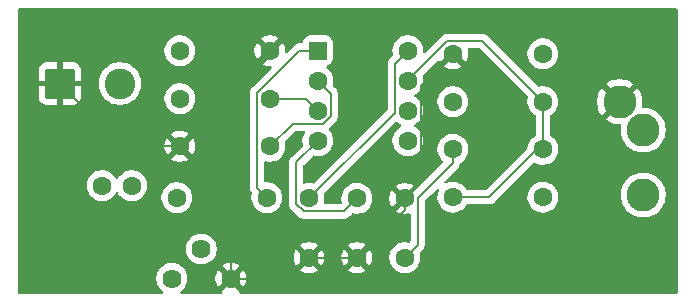
<source format=gbr>
%TF.GenerationSoftware,KiCad,Pcbnew,9.0.6*%
%TF.CreationDate,2025-12-19T13:32:14+05:30*%
%TF.ProjectId,Headphone Amplifier,48656164-7068-46f6-9e65-20416d706c69,rev?*%
%TF.SameCoordinates,Original*%
%TF.FileFunction,Copper,L1,Top*%
%TF.FilePolarity,Positive*%
%FSLAX46Y46*%
G04 Gerber Fmt 4.6, Leading zero omitted, Abs format (unit mm)*
G04 Created by KiCad (PCBNEW 9.0.6) date 2025-12-19 13:32:14*
%MOMM*%
%LPD*%
G01*
G04 APERTURE LIST*
G04 Aperture macros list*
%AMRoundRect*
0 Rectangle with rounded corners*
0 $1 Rounding radius*
0 $2 $3 $4 $5 $6 $7 $8 $9 X,Y pos of 4 corners*
0 Add a 4 corners polygon primitive as box body*
4,1,4,$2,$3,$4,$5,$6,$7,$8,$9,$2,$3,0*
0 Add four circle primitives for the rounded corners*
1,1,$1+$1,$2,$3*
1,1,$1+$1,$4,$5*
1,1,$1+$1,$6,$7*
1,1,$1+$1,$8,$9*
0 Add four rect primitives between the rounded corners*
20,1,$1+$1,$2,$3,$4,$5,0*
20,1,$1+$1,$4,$5,$6,$7,0*
20,1,$1+$1,$6,$7,$8,$9,0*
20,1,$1+$1,$8,$9,$2,$3,0*%
G04 Aperture macros list end*
%TA.AperFunction,ComponentPad*%
%ADD10C,1.600000*%
%TD*%
%TA.AperFunction,ComponentPad*%
%ADD11C,1.620000*%
%TD*%
%TA.AperFunction,ComponentPad*%
%ADD12RoundRect,0.250000X-1.050000X-1.050000X1.050000X-1.050000X1.050000X1.050000X-1.050000X1.050000X0*%
%TD*%
%TA.AperFunction,ComponentPad*%
%ADD13C,2.600000*%
%TD*%
%TA.AperFunction,ComponentPad*%
%ADD14C,2.800000*%
%TD*%
%TA.AperFunction,ComponentPad*%
%ADD15RoundRect,0.250000X-0.550000X-0.550000X0.550000X-0.550000X0.550000X0.550000X-0.550000X0.550000X0*%
%TD*%
%TA.AperFunction,Conductor*%
%ADD16C,0.200000*%
%TD*%
G04 APERTURE END LIST*
D10*
%TO.P,R3,1*%
%TO.N,GND*%
X70612000Y-132574000D03*
%TO.P,R3,2*%
%TO.N,Net-(U1A--)*%
X78232000Y-132574000D03*
%TD*%
%TO.P,R2,1*%
%TO.N,Net-(C1-Pad2)*%
X70612000Y-128524000D03*
%TO.P,R2,2*%
%TO.N,Net-(U1A-+)*%
X78232000Y-128524000D03*
%TD*%
%TO.P,C1,1*%
%TO.N,Net-(J1-Pin_2)*%
X64028000Y-135890000D03*
%TO.P,C1,2*%
%TO.N,Net-(C1-Pad2)*%
X66528000Y-135890000D03*
%TD*%
%TO.P,R5,1*%
%TO.N,GND*%
X93726000Y-124728000D03*
%TO.P,R5,2*%
%TO.N,Net-(U1B--)*%
X101346000Y-124728000D03*
%TD*%
%TO.P,R4,1*%
%TO.N,Net-(U1A--)*%
X70358000Y-136906000D03*
%TO.P,R4,2*%
%TO.N,Net-(R4-Pad2)*%
X77978000Y-136906000D03*
%TD*%
%TO.P,C2,1*%
%TO.N,GND*%
X81548000Y-141986000D03*
%TO.P,C2,2*%
%TO.N,+12V*%
X81548000Y-136986000D03*
%TD*%
%TO.P,C4,1*%
%TO.N,Net-(C4-Pad1)*%
X89648000Y-141986000D03*
%TO.P,C4,2*%
%TO.N,GND*%
X89648000Y-136986000D03*
%TD*%
%TO.P,R7,1*%
%TO.N,Net-(C4-Pad1)*%
X93726000Y-132828000D03*
%TO.P,R7,2*%
%TO.N,Net-(R6-Pad2)*%
X101346000Y-132828000D03*
%TD*%
%TO.P,R6,1*%
%TO.N,Net-(U1B--)*%
X93726000Y-128778000D03*
%TO.P,R6,2*%
%TO.N,Net-(R6-Pad2)*%
X101346000Y-128778000D03*
%TD*%
%TO.P,R1,1*%
%TO.N,Net-(C1-Pad2)*%
X70612000Y-124474000D03*
%TO.P,R1,2*%
%TO.N,GND*%
X78232000Y-124474000D03*
%TD*%
D11*
%TO.P,RV1,1,1*%
%TO.N,Net-(R4-Pad2)*%
X69930000Y-143764000D03*
%TO.P,RV1,2,2*%
%TO.N,Net-(U1B-+)*%
X72430000Y-141264000D03*
%TO.P,RV1,3,3*%
%TO.N,GND*%
X74930000Y-143764000D03*
%TD*%
D12*
%TO.P,J1,1,Pin_1*%
%TO.N,GND*%
X60452000Y-127254000D03*
D13*
%TO.P,J1,2,Pin_2*%
%TO.N,Net-(J1-Pin_2)*%
X65532000Y-127254000D03*
%TD*%
D10*
%TO.P,C3,1*%
%TO.N,GND*%
X85598000Y-141986000D03*
%TO.P,C3,2*%
%TO.N,-12V*%
X85598000Y-136986000D03*
%TD*%
D14*
%TO.P,J2,R*%
%TO.N,N/C*%
X109850000Y-136688000D03*
%TO.P,J2,S*%
%TO.N,GND*%
X107850000Y-128788000D03*
%TO.P,J2,T*%
%TO.N,Net-(J2-PadT)*%
X109850000Y-131188000D03*
%TD*%
D15*
%TO.P,U1,1*%
%TO.N,Net-(R4-Pad2)*%
X82296000Y-124460000D03*
D10*
%TO.P,U1,2,-*%
%TO.N,Net-(U1A--)*%
X82296000Y-127000000D03*
%TO.P,U1,3,+*%
%TO.N,Net-(U1A-+)*%
X82296000Y-129540000D03*
%TO.P,U1,4,V-*%
%TO.N,-12V*%
X82296000Y-132080000D03*
%TO.P,U1,5,+*%
%TO.N,Net-(U1B-+)*%
X89916000Y-132080000D03*
%TO.P,U1,6,-*%
%TO.N,Net-(U1B--)*%
X89916000Y-129540000D03*
%TO.P,U1,7*%
%TO.N,Net-(R6-Pad2)*%
X89916000Y-127000000D03*
%TO.P,U1,8,V+*%
%TO.N,+12V*%
X89916000Y-124460000D03*
%TD*%
%TO.P,R8,1*%
%TO.N,Net-(R6-Pad2)*%
X93726000Y-136878000D03*
%TO.P,R8,2*%
%TO.N,Net-(J2-PadT)*%
X101346000Y-136878000D03*
%TD*%
D16*
%TO.N,GND*%
X74930000Y-136892000D02*
X74930000Y-143764000D01*
X70612000Y-132574000D02*
X74930000Y-136892000D01*
X60452000Y-127254000D02*
X65772000Y-132574000D01*
X70612000Y-132574000D02*
X78232000Y-124954000D01*
X85598000Y-141986000D02*
X89648000Y-137936000D01*
X78232000Y-124954000D02*
X78232000Y-124474000D01*
X74930000Y-143764000D02*
X79770000Y-143764000D01*
X89648000Y-137936000D02*
X89648000Y-136986000D01*
X81548000Y-141986000D02*
X85598000Y-141986000D01*
X91017000Y-135617000D02*
X91017000Y-127437000D01*
X91017000Y-127437000D02*
X93726000Y-124728000D01*
X89648000Y-136986000D02*
X91017000Y-135617000D01*
X79770000Y-143764000D02*
X81548000Y-141986000D01*
X65772000Y-132574000D02*
X70612000Y-132574000D01*
%TO.N,Net-(U1A--)*%
X78232000Y-132574000D02*
X80165000Y-130641000D01*
X83397000Y-128101000D02*
X82296000Y-127000000D01*
X80165000Y-130641000D02*
X82752050Y-130641000D01*
X83397000Y-129996050D02*
X83397000Y-128101000D01*
X82752050Y-130641000D02*
X83397000Y-129996050D01*
%TO.N,Net-(C4-Pad1)*%
X90749000Y-136936370D02*
X93726000Y-133959370D01*
X93726000Y-133959370D02*
X93726000Y-132828000D01*
X89648000Y-141986000D02*
X90749000Y-140885000D01*
X90749000Y-140885000D02*
X90749000Y-136936370D01*
%TO.N,Net-(U1A-+)*%
X78232000Y-128524000D02*
X81280000Y-128524000D01*
X81280000Y-128524000D02*
X82296000Y-129540000D01*
%TO.N,+12V*%
X88815000Y-129719000D02*
X88815000Y-125561000D01*
X81548000Y-136986000D02*
X88815000Y-129719000D01*
X88815000Y-125561000D02*
X89916000Y-124460000D01*
%TO.N,-12V*%
X80447000Y-133929000D02*
X82296000Y-132080000D01*
X84497000Y-138087000D02*
X81091950Y-138087000D01*
X85598000Y-136986000D02*
X84497000Y-138087000D01*
X80447000Y-137442050D02*
X80447000Y-133929000D01*
X81091950Y-138087000D02*
X80447000Y-137442050D01*
%TO.N,Net-(R4-Pad2)*%
X80738950Y-124460000D02*
X82296000Y-124460000D01*
X77978000Y-136906000D02*
X77131000Y-136059000D01*
X77131000Y-136059000D02*
X77131000Y-128067950D01*
X77131000Y-128067950D02*
X80738950Y-124460000D01*
%TO.N,Net-(R6-Pad2)*%
X89916000Y-127000000D02*
X89916000Y-126980950D01*
X89916000Y-126980950D02*
X93269950Y-123627000D01*
X96802000Y-136878000D02*
X93726000Y-136878000D01*
X93269950Y-123627000D02*
X96195000Y-123627000D01*
X100852000Y-132828000D02*
X96802000Y-136878000D01*
X101346000Y-128778000D02*
X101346000Y-132828000D01*
X96195000Y-123627000D02*
X101346000Y-128778000D01*
X101346000Y-132828000D02*
X100852000Y-132828000D01*
%TD*%
%TA.AperFunction,Conductor*%
%TO.N,GND*%
G36*
X112726539Y-120916185D02*
G01*
X112772294Y-120968989D01*
X112783500Y-121020500D01*
X112783500Y-144917500D01*
X112763815Y-144984539D01*
X112711011Y-145030294D01*
X112659500Y-145041500D01*
X75782008Y-145041500D01*
X75714969Y-145021815D01*
X75669214Y-144969011D01*
X75660407Y-144907764D01*
X75658596Y-144907622D01*
X75663080Y-144850633D01*
X75018585Y-144206138D01*
X75103694Y-144183333D01*
X75206306Y-144124090D01*
X75290090Y-144040306D01*
X75349333Y-143937694D01*
X75372138Y-143852585D01*
X76016633Y-144497080D01*
X76016634Y-144497080D01*
X76050412Y-144450590D01*
X76144023Y-144266868D01*
X76207743Y-144070759D01*
X76240000Y-143867104D01*
X76240000Y-143660895D01*
X76207743Y-143457240D01*
X76144023Y-143261131D01*
X76050415Y-143077415D01*
X76050408Y-143077404D01*
X76016634Y-143030918D01*
X76016633Y-143030917D01*
X75372137Y-143675413D01*
X75349333Y-143590306D01*
X75290090Y-143487694D01*
X75206306Y-143403910D01*
X75103694Y-143344667D01*
X75018583Y-143321861D01*
X75663081Y-142677365D01*
X75616590Y-142643587D01*
X75432868Y-142549976D01*
X75236759Y-142486256D01*
X75033104Y-142454000D01*
X74826896Y-142454000D01*
X74623240Y-142486256D01*
X74427131Y-142549976D01*
X74243413Y-142643585D01*
X74196918Y-142677365D01*
X74196918Y-142677366D01*
X74841414Y-143321861D01*
X74756306Y-143344667D01*
X74653694Y-143403910D01*
X74569910Y-143487694D01*
X74510667Y-143590306D01*
X74487861Y-143675414D01*
X73843366Y-143030918D01*
X73843365Y-143030918D01*
X73809585Y-143077413D01*
X73715976Y-143261131D01*
X73652256Y-143457240D01*
X73620000Y-143660895D01*
X73620000Y-143867104D01*
X73652256Y-144070759D01*
X73715976Y-144266868D01*
X73809587Y-144450590D01*
X73843365Y-144497080D01*
X73843365Y-144497081D01*
X74487861Y-143852584D01*
X74510667Y-143937694D01*
X74569910Y-144040306D01*
X74653694Y-144124090D01*
X74756306Y-144183333D01*
X74841414Y-144206137D01*
X74196917Y-144850633D01*
X74201403Y-144907622D01*
X74196589Y-144908000D01*
X74199516Y-144942148D01*
X74166898Y-145003937D01*
X74106053Y-145038283D01*
X74077990Y-145041500D01*
X70782860Y-145041500D01*
X70715821Y-145021815D01*
X70670066Y-144969011D01*
X70660122Y-144899853D01*
X70689147Y-144836297D01*
X70709971Y-144817184D01*
X70783733Y-144763593D01*
X70929593Y-144617733D01*
X71050840Y-144450852D01*
X71144488Y-144267057D01*
X71208231Y-144070876D01*
X71240500Y-143867139D01*
X71240500Y-143660861D01*
X71208231Y-143457124D01*
X71208230Y-143457120D01*
X71208230Y-143457119D01*
X71144489Y-143260945D01*
X71108961Y-143191218D01*
X71050840Y-143077148D01*
X70929593Y-142910267D01*
X70783733Y-142764407D01*
X70616852Y-142643160D01*
X70433054Y-142549510D01*
X70236879Y-142485769D01*
X70084073Y-142461567D01*
X70033139Y-142453500D01*
X69826861Y-142453500D01*
X69758948Y-142464256D01*
X69623122Y-142485769D01*
X69623119Y-142485769D01*
X69426945Y-142549510D01*
X69243147Y-142643160D01*
X69076265Y-142764408D01*
X68930408Y-142910265D01*
X68809160Y-143077147D01*
X68715510Y-143260945D01*
X68651769Y-143457119D01*
X68651769Y-143457122D01*
X68619500Y-143660861D01*
X68619500Y-143867138D01*
X68651769Y-144070877D01*
X68651769Y-144070880D01*
X68715510Y-144267054D01*
X68715512Y-144267057D01*
X68809160Y-144450852D01*
X68930407Y-144617733D01*
X69076267Y-144763593D01*
X69150026Y-144817182D01*
X69192691Y-144872512D01*
X69198670Y-144942126D01*
X69166064Y-145003921D01*
X69105225Y-145038278D01*
X69077140Y-145041500D01*
X57012500Y-145041500D01*
X56945461Y-145021815D01*
X56899706Y-144969011D01*
X56888500Y-144917500D01*
X56888500Y-141160861D01*
X71119500Y-141160861D01*
X71119500Y-141367138D01*
X71151769Y-141570877D01*
X71151769Y-141570880D01*
X71215510Y-141767054D01*
X71215512Y-141767057D01*
X71309160Y-141950852D01*
X71430407Y-142117733D01*
X71576267Y-142263593D01*
X71743148Y-142384840D01*
X71926943Y-142478488D01*
X71926945Y-142478489D01*
X72123120Y-142542230D01*
X72123121Y-142542230D01*
X72123124Y-142542231D01*
X72326861Y-142574500D01*
X72326862Y-142574500D01*
X72533138Y-142574500D01*
X72533139Y-142574500D01*
X72736876Y-142542231D01*
X72736879Y-142542230D01*
X72736880Y-142542230D01*
X72933054Y-142478489D01*
X72933054Y-142478488D01*
X72933057Y-142478488D01*
X73116852Y-142384840D01*
X73283733Y-142263593D01*
X73429593Y-142117733D01*
X73550840Y-141950852D01*
X73585065Y-141883682D01*
X80248000Y-141883682D01*
X80248000Y-142088317D01*
X80280009Y-142290417D01*
X80343244Y-142485031D01*
X80436141Y-142667350D01*
X80436147Y-142667359D01*
X80468523Y-142711921D01*
X80468524Y-142711922D01*
X81148000Y-142032446D01*
X81148000Y-142038661D01*
X81175259Y-142140394D01*
X81227920Y-142231606D01*
X81302394Y-142306080D01*
X81393606Y-142358741D01*
X81495339Y-142386000D01*
X81501553Y-142386000D01*
X80822076Y-143065474D01*
X80866650Y-143097859D01*
X81048968Y-143190755D01*
X81243582Y-143253990D01*
X81445683Y-143286000D01*
X81650317Y-143286000D01*
X81852417Y-143253990D01*
X82047031Y-143190755D01*
X82229349Y-143097859D01*
X82273921Y-143065474D01*
X81594447Y-142386000D01*
X81600661Y-142386000D01*
X81702394Y-142358741D01*
X81793606Y-142306080D01*
X81868080Y-142231606D01*
X81920741Y-142140394D01*
X81948000Y-142038661D01*
X81948000Y-142032447D01*
X82627474Y-142711921D01*
X82659859Y-142667349D01*
X82752755Y-142485031D01*
X82815990Y-142290417D01*
X82848000Y-142088317D01*
X82848000Y-141883682D01*
X84298000Y-141883682D01*
X84298000Y-142088317D01*
X84330009Y-142290417D01*
X84393244Y-142485031D01*
X84486141Y-142667350D01*
X84486147Y-142667359D01*
X84518523Y-142711921D01*
X84518524Y-142711922D01*
X85198000Y-142032446D01*
X85198000Y-142038661D01*
X85225259Y-142140394D01*
X85277920Y-142231606D01*
X85352394Y-142306080D01*
X85443606Y-142358741D01*
X85545339Y-142386000D01*
X85551553Y-142386000D01*
X84872076Y-143065474D01*
X84916650Y-143097859D01*
X85098968Y-143190755D01*
X85293582Y-143253990D01*
X85495683Y-143286000D01*
X85700317Y-143286000D01*
X85902417Y-143253990D01*
X86097031Y-143190755D01*
X86279349Y-143097859D01*
X86323921Y-143065474D01*
X85644447Y-142386000D01*
X85650661Y-142386000D01*
X85752394Y-142358741D01*
X85843606Y-142306080D01*
X85918080Y-142231606D01*
X85970741Y-142140394D01*
X85998000Y-142038661D01*
X85998000Y-142032447D01*
X86677474Y-142711921D01*
X86709859Y-142667349D01*
X86802755Y-142485031D01*
X86865990Y-142290417D01*
X86898000Y-142088317D01*
X86898000Y-141883682D01*
X86865990Y-141681582D01*
X86802755Y-141486968D01*
X86709859Y-141304650D01*
X86677474Y-141260077D01*
X86677474Y-141260076D01*
X85998000Y-141939551D01*
X85998000Y-141933339D01*
X85970741Y-141831606D01*
X85918080Y-141740394D01*
X85843606Y-141665920D01*
X85752394Y-141613259D01*
X85650661Y-141586000D01*
X85644446Y-141586000D01*
X86323922Y-140906524D01*
X86323921Y-140906523D01*
X86279359Y-140874147D01*
X86279350Y-140874141D01*
X86097031Y-140781244D01*
X85902417Y-140718009D01*
X85700317Y-140686000D01*
X85495683Y-140686000D01*
X85293582Y-140718009D01*
X85098968Y-140781244D01*
X84916644Y-140874143D01*
X84872077Y-140906523D01*
X84872077Y-140906524D01*
X85551554Y-141586000D01*
X85545339Y-141586000D01*
X85443606Y-141613259D01*
X85352394Y-141665920D01*
X85277920Y-141740394D01*
X85225259Y-141831606D01*
X85198000Y-141933339D01*
X85198000Y-141939553D01*
X84518524Y-141260077D01*
X84518523Y-141260077D01*
X84486143Y-141304644D01*
X84393244Y-141486968D01*
X84330009Y-141681582D01*
X84298000Y-141883682D01*
X82848000Y-141883682D01*
X82815990Y-141681582D01*
X82752755Y-141486968D01*
X82659859Y-141304650D01*
X82627474Y-141260077D01*
X82627474Y-141260076D01*
X81948000Y-141939551D01*
X81948000Y-141933339D01*
X81920741Y-141831606D01*
X81868080Y-141740394D01*
X81793606Y-141665920D01*
X81702394Y-141613259D01*
X81600661Y-141586000D01*
X81594446Y-141586000D01*
X82273922Y-140906524D01*
X82273921Y-140906523D01*
X82229359Y-140874147D01*
X82229350Y-140874141D01*
X82047031Y-140781244D01*
X81852417Y-140718009D01*
X81650317Y-140686000D01*
X81445683Y-140686000D01*
X81243582Y-140718009D01*
X81048968Y-140781244D01*
X80866644Y-140874143D01*
X80822077Y-140906523D01*
X80822077Y-140906524D01*
X81501554Y-141586000D01*
X81495339Y-141586000D01*
X81393606Y-141613259D01*
X81302394Y-141665920D01*
X81227920Y-141740394D01*
X81175259Y-141831606D01*
X81148000Y-141933339D01*
X81148000Y-141939553D01*
X80468524Y-141260077D01*
X80468523Y-141260077D01*
X80436143Y-141304644D01*
X80343244Y-141486968D01*
X80280009Y-141681582D01*
X80248000Y-141883682D01*
X73585065Y-141883682D01*
X73644488Y-141767057D01*
X73653151Y-141740394D01*
X73708230Y-141570880D01*
X73708230Y-141570879D01*
X73708231Y-141570876D01*
X73740500Y-141367139D01*
X73740500Y-141160861D01*
X73708231Y-140957124D01*
X73708229Y-140957119D01*
X73708229Y-140957116D01*
X73644489Y-140760945D01*
X73636697Y-140745653D01*
X73550840Y-140577148D01*
X73429593Y-140410267D01*
X73283733Y-140264407D01*
X73116852Y-140143160D01*
X72933054Y-140049510D01*
X72736879Y-139985769D01*
X72584073Y-139961567D01*
X72533139Y-139953500D01*
X72326861Y-139953500D01*
X72258948Y-139964256D01*
X72123122Y-139985769D01*
X72123119Y-139985769D01*
X71926945Y-140049510D01*
X71743147Y-140143160D01*
X71576265Y-140264408D01*
X71430408Y-140410265D01*
X71309160Y-140577147D01*
X71215510Y-140760945D01*
X71151769Y-140957119D01*
X71151769Y-140957122D01*
X71119500Y-141160861D01*
X56888500Y-141160861D01*
X56888500Y-135787648D01*
X62727500Y-135787648D01*
X62727500Y-135992352D01*
X62731878Y-136019995D01*
X62759522Y-136194534D01*
X62822781Y-136389223D01*
X62880055Y-136501627D01*
X62913697Y-136567654D01*
X62915715Y-136571613D01*
X63036028Y-136737213D01*
X63180786Y-136881971D01*
X63316197Y-136980351D01*
X63346390Y-137002287D01*
X63458796Y-137059561D01*
X63528776Y-137095218D01*
X63528778Y-137095218D01*
X63528781Y-137095220D01*
X63633137Y-137129127D01*
X63723465Y-137158477D01*
X63824557Y-137174488D01*
X63925648Y-137190500D01*
X63925649Y-137190500D01*
X64130351Y-137190500D01*
X64130352Y-137190500D01*
X64332534Y-137158477D01*
X64527219Y-137095220D01*
X64709610Y-137002287D01*
X64804510Y-136933339D01*
X64875213Y-136881971D01*
X64875215Y-136881968D01*
X64875219Y-136881966D01*
X65019966Y-136737219D01*
X65019968Y-136737215D01*
X65019971Y-136737213D01*
X65096087Y-136632446D01*
X65140287Y-136571610D01*
X65167515Y-136518171D01*
X65215490Y-136467376D01*
X65283311Y-136450581D01*
X65349446Y-136473118D01*
X65388484Y-136518171D01*
X65413697Y-136567654D01*
X65415715Y-136571613D01*
X65536028Y-136737213D01*
X65680786Y-136881971D01*
X65816197Y-136980351D01*
X65846390Y-137002287D01*
X65958796Y-137059561D01*
X66028776Y-137095218D01*
X66028778Y-137095218D01*
X66028781Y-137095220D01*
X66133137Y-137129127D01*
X66223465Y-137158477D01*
X66324557Y-137174488D01*
X66425648Y-137190500D01*
X66425649Y-137190500D01*
X66630351Y-137190500D01*
X66630352Y-137190500D01*
X66832534Y-137158477D01*
X67027219Y-137095220D01*
X67209610Y-137002287D01*
X67304510Y-136933339D01*
X67375213Y-136881971D01*
X67375215Y-136881968D01*
X67375219Y-136881966D01*
X67453537Y-136803648D01*
X69057500Y-136803648D01*
X69057500Y-137008351D01*
X69089522Y-137210534D01*
X69152781Y-137405223D01*
X69198734Y-137495409D01*
X69231448Y-137559614D01*
X69245715Y-137587613D01*
X69366028Y-137753213D01*
X69510786Y-137897971D01*
X69620892Y-137977966D01*
X69676390Y-138018287D01*
X69769000Y-138065474D01*
X69858776Y-138111218D01*
X69858778Y-138111218D01*
X69858781Y-138111220D01*
X69963137Y-138145127D01*
X70053465Y-138174477D01*
X70154557Y-138190488D01*
X70255648Y-138206500D01*
X70255649Y-138206500D01*
X70460351Y-138206500D01*
X70460352Y-138206500D01*
X70662534Y-138174477D01*
X70857219Y-138111220D01*
X71039610Y-138018287D01*
X71142160Y-137943781D01*
X71205213Y-137897971D01*
X71205215Y-137897968D01*
X71205219Y-137897966D01*
X71349966Y-137753219D01*
X71349968Y-137753215D01*
X71349971Y-137753213D01*
X71412353Y-137667350D01*
X71470287Y-137587610D01*
X71563220Y-137405219D01*
X71626477Y-137210534D01*
X71658500Y-137008352D01*
X71658500Y-136803648D01*
X71647978Y-136737213D01*
X71626477Y-136601465D01*
X71589274Y-136486968D01*
X71563220Y-136406781D01*
X71563218Y-136406778D01*
X71563218Y-136406776D01*
X71517186Y-136316435D01*
X71470287Y-136224390D01*
X71408093Y-136138786D01*
X71407561Y-136138054D01*
X76530498Y-136138054D01*
X76571423Y-136290786D01*
X76575704Y-136298200D01*
X76579033Y-136303965D01*
X76650480Y-136427716D01*
X76692157Y-136469393D01*
X76698716Y-136479020D01*
X76706019Y-136501627D01*
X76717406Y-136522480D01*
X76716782Y-136534944D01*
X76720195Y-136545506D01*
X76715337Y-136563860D01*
X76714173Y-136587149D01*
X76709523Y-136601460D01*
X76709523Y-136601462D01*
X76677500Y-136803648D01*
X76677500Y-137008351D01*
X76709522Y-137210534D01*
X76772781Y-137405223D01*
X76818734Y-137495409D01*
X76851448Y-137559614D01*
X76865715Y-137587613D01*
X76986028Y-137753213D01*
X77130786Y-137897971D01*
X77240892Y-137977966D01*
X77296390Y-138018287D01*
X77389000Y-138065474D01*
X77478776Y-138111218D01*
X77478778Y-138111218D01*
X77478781Y-138111220D01*
X77583137Y-138145127D01*
X77673465Y-138174477D01*
X77774557Y-138190488D01*
X77875648Y-138206500D01*
X77875649Y-138206500D01*
X78080351Y-138206500D01*
X78080352Y-138206500D01*
X78282534Y-138174477D01*
X78477219Y-138111220D01*
X78659610Y-138018287D01*
X78762160Y-137943781D01*
X78825213Y-137897971D01*
X78825215Y-137897968D01*
X78825219Y-137897966D01*
X78969966Y-137753219D01*
X78969968Y-137753215D01*
X78969971Y-137753213D01*
X79032353Y-137667350D01*
X79090287Y-137587610D01*
X79183220Y-137405219D01*
X79246477Y-137210534D01*
X79278500Y-137008352D01*
X79278500Y-136803648D01*
X79267978Y-136737213D01*
X79246477Y-136601465D01*
X79209274Y-136486968D01*
X79183220Y-136406781D01*
X79183218Y-136406778D01*
X79183218Y-136406776D01*
X79137186Y-136316435D01*
X79090287Y-136224390D01*
X79028093Y-136138786D01*
X78969971Y-136058786D01*
X78825213Y-135914028D01*
X78659613Y-135793715D01*
X78659612Y-135793714D01*
X78659610Y-135793713D01*
X78602653Y-135764691D01*
X78477223Y-135700781D01*
X78282534Y-135637522D01*
X78105745Y-135609522D01*
X78080352Y-135605500D01*
X77875648Y-135605500D01*
X77874878Y-135605622D01*
X77874583Y-135605583D01*
X77870797Y-135605882D01*
X77870734Y-135605085D01*
X77805586Y-135596655D01*
X77752141Y-135551650D01*
X77731512Y-135484895D01*
X77731500Y-135483145D01*
X77731500Y-133949475D01*
X77751185Y-133882436D01*
X77803989Y-133836681D01*
X77873147Y-133826737D01*
X77893820Y-133831545D01*
X77927458Y-133842475D01*
X77927461Y-133842475D01*
X77927466Y-133842477D01*
X78129648Y-133874500D01*
X78129649Y-133874500D01*
X78334351Y-133874500D01*
X78334352Y-133874500D01*
X78536534Y-133842477D01*
X78731219Y-133779220D01*
X78913610Y-133686287D01*
X79006590Y-133618732D01*
X79079213Y-133565971D01*
X79079215Y-133565968D01*
X79079219Y-133565966D01*
X79223966Y-133421219D01*
X79223968Y-133421215D01*
X79223971Y-133421213D01*
X79282544Y-133340592D01*
X79344287Y-133255610D01*
X79437220Y-133073219D01*
X79500477Y-132878534D01*
X79532500Y-132676352D01*
X79532500Y-132471648D01*
X79500477Y-132269466D01*
X79495825Y-132255151D01*
X79493832Y-132185312D01*
X79526075Y-132129158D01*
X80377416Y-131277819D01*
X80438739Y-131244334D01*
X80465097Y-131241500D01*
X81061303Y-131241500D01*
X81128342Y-131261185D01*
X81174097Y-131313989D01*
X81184041Y-131383147D01*
X81171788Y-131421795D01*
X81090781Y-131580776D01*
X81027522Y-131775465D01*
X80995500Y-131977648D01*
X80995500Y-132182351D01*
X81027522Y-132384534D01*
X81032173Y-132398848D01*
X81034165Y-132468690D01*
X81001921Y-132524842D01*
X80078286Y-133448478D01*
X79966481Y-133560282D01*
X79966475Y-133560290D01*
X79928532Y-133626011D01*
X79928532Y-133626013D01*
X79887423Y-133697214D01*
X79887423Y-133697215D01*
X79846499Y-133849943D01*
X79846499Y-133849945D01*
X79846499Y-134018046D01*
X79846500Y-134018059D01*
X79846500Y-137355380D01*
X79846499Y-137355398D01*
X79846499Y-137521104D01*
X79846498Y-137521104D01*
X79887423Y-137673835D01*
X79909412Y-137711922D01*
X79913086Y-137718284D01*
X79929161Y-137746127D01*
X79966479Y-137810764D01*
X79966481Y-137810767D01*
X80085349Y-137929635D01*
X80085355Y-137929640D01*
X80607089Y-138451374D01*
X80607099Y-138451385D01*
X80611429Y-138455715D01*
X80611430Y-138455716D01*
X80723234Y-138567520D01*
X80810045Y-138617639D01*
X80810047Y-138617641D01*
X80848101Y-138639611D01*
X80860165Y-138646577D01*
X81012893Y-138687501D01*
X81012896Y-138687501D01*
X81178603Y-138687501D01*
X81178619Y-138687500D01*
X84410331Y-138687500D01*
X84410347Y-138687501D01*
X84417943Y-138687501D01*
X84576054Y-138687501D01*
X84576057Y-138687501D01*
X84728785Y-138646577D01*
X84778904Y-138617639D01*
X84865716Y-138567520D01*
X84977520Y-138455716D01*
X84977520Y-138455714D01*
X84987728Y-138445507D01*
X84987730Y-138445504D01*
X85153158Y-138280075D01*
X85214479Y-138246592D01*
X85279151Y-138249825D01*
X85293466Y-138254477D01*
X85495648Y-138286500D01*
X85495649Y-138286500D01*
X85700351Y-138286500D01*
X85700352Y-138286500D01*
X85902534Y-138254477D01*
X86097219Y-138191220D01*
X86279610Y-138098287D01*
X86372590Y-138030732D01*
X86445213Y-137977971D01*
X86445215Y-137977968D01*
X86445219Y-137977966D01*
X86589966Y-137833219D01*
X86589968Y-137833215D01*
X86589971Y-137833213D01*
X86648093Y-137753213D01*
X86710287Y-137667610D01*
X86803220Y-137485219D01*
X86866477Y-137290534D01*
X86898500Y-137088352D01*
X86898500Y-136883648D01*
X86881394Y-136775648D01*
X86866477Y-136681465D01*
X86822301Y-136545506D01*
X86803220Y-136486781D01*
X86803218Y-136486778D01*
X86803218Y-136486776D01*
X86762455Y-136406776D01*
X86710287Y-136304390D01*
X86700402Y-136290785D01*
X86589971Y-136138786D01*
X86445213Y-135994028D01*
X86279613Y-135873715D01*
X86279612Y-135873714D01*
X86279610Y-135873713D01*
X86222653Y-135844691D01*
X86097223Y-135780781D01*
X85902534Y-135717522D01*
X85727995Y-135689878D01*
X85700352Y-135685500D01*
X85495648Y-135685500D01*
X85471329Y-135689351D01*
X85293465Y-135717522D01*
X85098776Y-135780781D01*
X84916386Y-135873715D01*
X84750786Y-135994028D01*
X84606028Y-136138786D01*
X84485715Y-136304386D01*
X84392781Y-136486776D01*
X84329522Y-136681465D01*
X84301900Y-136855865D01*
X84297500Y-136883648D01*
X84297500Y-137088352D01*
X84298588Y-137095220D01*
X84329523Y-137290535D01*
X84334172Y-137304845D01*
X84334605Y-137320052D01*
X84339924Y-137334308D01*
X84335582Y-137354269D01*
X84336165Y-137374687D01*
X84328078Y-137388770D01*
X84325075Y-137402581D01*
X84303926Y-137430837D01*
X84284588Y-137450177D01*
X84223266Y-137483665D01*
X84196902Y-137486500D01*
X82923476Y-137486500D01*
X82856437Y-137466815D01*
X82810682Y-137414011D01*
X82800738Y-137344853D01*
X82805545Y-137324183D01*
X82816475Y-137290542D01*
X82816475Y-137290538D01*
X82816477Y-137290534D01*
X82848500Y-137088352D01*
X82848500Y-136883648D01*
X82816477Y-136681466D01*
X82811825Y-136667151D01*
X82809832Y-136597312D01*
X82842075Y-136541158D01*
X88872347Y-130510887D01*
X88933666Y-130477405D01*
X89003358Y-130482389D01*
X89047705Y-130510890D01*
X89068786Y-130531971D01*
X89223749Y-130644556D01*
X89234390Y-130652287D01*
X89304481Y-130688000D01*
X89327080Y-130699515D01*
X89377876Y-130747490D01*
X89394671Y-130815311D01*
X89372134Y-130881446D01*
X89327080Y-130920485D01*
X89234386Y-130967715D01*
X89068786Y-131088028D01*
X88924028Y-131232786D01*
X88803715Y-131398386D01*
X88710781Y-131580776D01*
X88647522Y-131775465D01*
X88615500Y-131977648D01*
X88615500Y-132182351D01*
X88647522Y-132384534D01*
X88710781Y-132579223D01*
X88760254Y-132676317D01*
X88785389Y-132725648D01*
X88803715Y-132761613D01*
X88924028Y-132927213D01*
X89068786Y-133071971D01*
X89152146Y-133132534D01*
X89234390Y-133192287D01*
X89350607Y-133251503D01*
X89416776Y-133285218D01*
X89416778Y-133285218D01*
X89416781Y-133285220D01*
X89521137Y-133319127D01*
X89611465Y-133348477D01*
X89712557Y-133364488D01*
X89813648Y-133380500D01*
X89813649Y-133380500D01*
X90018351Y-133380500D01*
X90018352Y-133380500D01*
X90220534Y-133348477D01*
X90415219Y-133285220D01*
X90597610Y-133192287D01*
X90740462Y-133088500D01*
X90763213Y-133071971D01*
X90763215Y-133071968D01*
X90763219Y-133071966D01*
X90907966Y-132927219D01*
X90907968Y-132927215D01*
X90907971Y-132927213D01*
X90960732Y-132854590D01*
X91028287Y-132761610D01*
X91121220Y-132579219D01*
X91184477Y-132384534D01*
X91216500Y-132182352D01*
X91216500Y-131977648D01*
X91203037Y-131892650D01*
X91184477Y-131775465D01*
X91147253Y-131660903D01*
X91121220Y-131580781D01*
X91121218Y-131580778D01*
X91121218Y-131580776D01*
X91077269Y-131494523D01*
X91028287Y-131398390D01*
X91007248Y-131369432D01*
X90907971Y-131232786D01*
X90763213Y-131088028D01*
X90597614Y-130967715D01*
X90591006Y-130964348D01*
X90504917Y-130920483D01*
X90454123Y-130872511D01*
X90437328Y-130804690D01*
X90459865Y-130738555D01*
X90504917Y-130699516D01*
X90597610Y-130652287D01*
X90618770Y-130636913D01*
X90763213Y-130531971D01*
X90763215Y-130531968D01*
X90763219Y-130531966D01*
X90907966Y-130387219D01*
X90907968Y-130387215D01*
X90907971Y-130387213D01*
X91023764Y-130227835D01*
X91028287Y-130221610D01*
X91121220Y-130039219D01*
X91184477Y-129844534D01*
X91216500Y-129642352D01*
X91216500Y-129437648D01*
X91189601Y-129267815D01*
X91184477Y-129235465D01*
X91133862Y-129079689D01*
X91121220Y-129040781D01*
X91121218Y-129040778D01*
X91121218Y-129040776D01*
X91055874Y-128912533D01*
X91028287Y-128858390D01*
X90977146Y-128788000D01*
X90944935Y-128743664D01*
X90944932Y-128743661D01*
X90907965Y-128692780D01*
X90890833Y-128675648D01*
X92425500Y-128675648D01*
X92425500Y-128880351D01*
X92457522Y-129082534D01*
X92520781Y-129277223D01*
X92613715Y-129459613D01*
X92734028Y-129625213D01*
X92878786Y-129769971D01*
X93027730Y-129878183D01*
X93044390Y-129890287D01*
X93126696Y-129932224D01*
X93226776Y-129983218D01*
X93226778Y-129983218D01*
X93226781Y-129983220D01*
X93301818Y-130007601D01*
X93421465Y-130046477D01*
X93522557Y-130062488D01*
X93623648Y-130078500D01*
X93623649Y-130078500D01*
X93828351Y-130078500D01*
X93828352Y-130078500D01*
X94030534Y-130046477D01*
X94225219Y-129983220D01*
X94407610Y-129890287D01*
X94500590Y-129822732D01*
X94573213Y-129769971D01*
X94573215Y-129769968D01*
X94573219Y-129769966D01*
X94717966Y-129625219D01*
X94717968Y-129625215D01*
X94717971Y-129625213D01*
X94770732Y-129552590D01*
X94838287Y-129459610D01*
X94931220Y-129277219D01*
X94994477Y-129082534D01*
X95026500Y-128880352D01*
X95026500Y-128675648D01*
X94994477Y-128473466D01*
X94989028Y-128456697D01*
X94964266Y-128380485D01*
X94931220Y-128278781D01*
X94931218Y-128278778D01*
X94931218Y-128278776D01*
X94878825Y-128175950D01*
X94838287Y-128096390D01*
X94806069Y-128052045D01*
X94717971Y-127930786D01*
X94573213Y-127786028D01*
X94407613Y-127665715D01*
X94407612Y-127665714D01*
X94407610Y-127665713D01*
X94343315Y-127632953D01*
X94225223Y-127572781D01*
X94030534Y-127509522D01*
X93855995Y-127481878D01*
X93828352Y-127477500D01*
X93623648Y-127477500D01*
X93599329Y-127481351D01*
X93421465Y-127509522D01*
X93226776Y-127572781D01*
X93044386Y-127665715D01*
X92878786Y-127786028D01*
X92734028Y-127930786D01*
X92613715Y-128096386D01*
X92520781Y-128278776D01*
X92457522Y-128473465D01*
X92425500Y-128675648D01*
X90890833Y-128675648D01*
X90763213Y-128548028D01*
X90597614Y-128427715D01*
X90575674Y-128416536D01*
X90504917Y-128380483D01*
X90454123Y-128332511D01*
X90437328Y-128264690D01*
X90459865Y-128198555D01*
X90504917Y-128159516D01*
X90597610Y-128112287D01*
X90680512Y-128052056D01*
X90763213Y-127991971D01*
X90763215Y-127991968D01*
X90763219Y-127991966D01*
X90907966Y-127847219D01*
X90907968Y-127847215D01*
X90907971Y-127847213D01*
X90972142Y-127758888D01*
X91028287Y-127681610D01*
X91121220Y-127499219D01*
X91184477Y-127304534D01*
X91216500Y-127102352D01*
X91216500Y-126897648D01*
X91184477Y-126695466D01*
X91175154Y-126666776D01*
X91173160Y-126596936D01*
X91205403Y-126540780D01*
X92399859Y-125346325D01*
X92461178Y-125312843D01*
X92530870Y-125317827D01*
X92586803Y-125359699D01*
X92598020Y-125377712D01*
X92614140Y-125409349D01*
X92614147Y-125409359D01*
X92646523Y-125453921D01*
X92646524Y-125453922D01*
X93326000Y-124774446D01*
X93326000Y-124780661D01*
X93353259Y-124882394D01*
X93405920Y-124973606D01*
X93480394Y-125048080D01*
X93571606Y-125100741D01*
X93673339Y-125128000D01*
X93679553Y-125128000D01*
X93000076Y-125807474D01*
X93044650Y-125839859D01*
X93226968Y-125932755D01*
X93421582Y-125995990D01*
X93623683Y-126028000D01*
X93828317Y-126028000D01*
X94030417Y-125995990D01*
X94225031Y-125932755D01*
X94407349Y-125839859D01*
X94451921Y-125807474D01*
X93772447Y-125128000D01*
X93778661Y-125128000D01*
X93880394Y-125100741D01*
X93971606Y-125048080D01*
X94046080Y-124973606D01*
X94098741Y-124882394D01*
X94126000Y-124780661D01*
X94126000Y-124774447D01*
X94805474Y-125453921D01*
X94837859Y-125409349D01*
X94930755Y-125227031D01*
X94993990Y-125032417D01*
X95026000Y-124830317D01*
X95026000Y-124625682D01*
X94993989Y-124423581D01*
X94993988Y-124423574D01*
X94983020Y-124389817D01*
X94981025Y-124319976D01*
X95017106Y-124260144D01*
X95079807Y-124229316D01*
X95100951Y-124227500D01*
X95894903Y-124227500D01*
X95961942Y-124247185D01*
X95982584Y-124263819D01*
X100051922Y-128333157D01*
X100085407Y-128394480D01*
X100082173Y-128459155D01*
X100077522Y-128473468D01*
X100045500Y-128675648D01*
X100045500Y-128880351D01*
X100077522Y-129082534D01*
X100140781Y-129277223D01*
X100233715Y-129459613D01*
X100354028Y-129625213D01*
X100354034Y-129625219D01*
X100498781Y-129769966D01*
X100664390Y-129890287D01*
X100677793Y-129897116D01*
X100728589Y-129945088D01*
X100745500Y-130007601D01*
X100745500Y-131598397D01*
X100725815Y-131665436D01*
X100677800Y-131708879D01*
X100664389Y-131715712D01*
X100498786Y-131836028D01*
X100354028Y-131980786D01*
X100233715Y-132146386D01*
X100140781Y-132328776D01*
X100077522Y-132523465D01*
X100045500Y-132725648D01*
X100045500Y-132733903D01*
X100025815Y-132800942D01*
X100009181Y-132821584D01*
X96589584Y-136241181D01*
X96528261Y-136274666D01*
X96501903Y-136277500D01*
X94955602Y-136277500D01*
X94888563Y-136257815D01*
X94845117Y-136209795D01*
X94838284Y-136196385D01*
X94717971Y-136030786D01*
X94573213Y-135886028D01*
X94407613Y-135765715D01*
X94407612Y-135765714D01*
X94407610Y-135765713D01*
X94334487Y-135728455D01*
X94225223Y-135672781D01*
X94030534Y-135609522D01*
X93855995Y-135581878D01*
X93828352Y-135577500D01*
X93623648Y-135577500D01*
X93599329Y-135581351D01*
X93421465Y-135609522D01*
X93226773Y-135672782D01*
X93180267Y-135696479D01*
X93111598Y-135709375D01*
X93046858Y-135683098D01*
X93006601Y-135625991D01*
X93003609Y-135556186D01*
X93036291Y-135498314D01*
X94206520Y-134328086D01*
X94285577Y-134191154D01*
X94326501Y-134038427D01*
X94326501Y-134038425D01*
X94328604Y-134030577D01*
X94330882Y-134031187D01*
X94354251Y-133978334D01*
X94392646Y-133947911D01*
X94407610Y-133940287D01*
X94498847Y-133874000D01*
X94573213Y-133819971D01*
X94573215Y-133819968D01*
X94573219Y-133819966D01*
X94717966Y-133675219D01*
X94717968Y-133675215D01*
X94717971Y-133675213D01*
X94770732Y-133602590D01*
X94838287Y-133509610D01*
X94931220Y-133327219D01*
X94994477Y-133132534D01*
X95026500Y-132930352D01*
X95026500Y-132725648D01*
X94994477Y-132523466D01*
X94968583Y-132443774D01*
X94931218Y-132328776D01*
X94893076Y-132253920D01*
X94838287Y-132146390D01*
X94825766Y-132129156D01*
X94717971Y-131980786D01*
X94573213Y-131836028D01*
X94407613Y-131715715D01*
X94407612Y-131715714D01*
X94407610Y-131715713D01*
X94350653Y-131686691D01*
X94225223Y-131622781D01*
X94030534Y-131559522D01*
X93855995Y-131531878D01*
X93828352Y-131527500D01*
X93623648Y-131527500D01*
X93599329Y-131531351D01*
X93421465Y-131559522D01*
X93226776Y-131622781D01*
X93044386Y-131715715D01*
X92878786Y-131836028D01*
X92734028Y-131980786D01*
X92613715Y-132146386D01*
X92520781Y-132328776D01*
X92457522Y-132523465D01*
X92425500Y-132725648D01*
X92425500Y-132930351D01*
X92457522Y-133132534D01*
X92520781Y-133327223D01*
X92613715Y-133509613D01*
X92734028Y-133675213D01*
X92859793Y-133800978D01*
X92893278Y-133862301D01*
X92888294Y-133931993D01*
X92859793Y-133976340D01*
X90383737Y-136452396D01*
X90383731Y-136452402D01*
X90380286Y-136455848D01*
X90380284Y-136455850D01*
X90268480Y-136567654D01*
X90239080Y-136618577D01*
X90233384Y-136628443D01*
X90189422Y-136704585D01*
X90189421Y-136704588D01*
X90163780Y-136800279D01*
X90131688Y-136855865D01*
X90048000Y-136939553D01*
X90048000Y-136933339D01*
X90020741Y-136831606D01*
X89968080Y-136740394D01*
X89893606Y-136665920D01*
X89802394Y-136613259D01*
X89700661Y-136586000D01*
X89694446Y-136586000D01*
X90373922Y-135906524D01*
X90373921Y-135906523D01*
X90329359Y-135874147D01*
X90329350Y-135874141D01*
X90147031Y-135781244D01*
X89952417Y-135718009D01*
X89750317Y-135686000D01*
X89545683Y-135686000D01*
X89343582Y-135718009D01*
X89148968Y-135781244D01*
X88966644Y-135874143D01*
X88922077Y-135906523D01*
X88922077Y-135906524D01*
X89601554Y-136586000D01*
X89595339Y-136586000D01*
X89493606Y-136613259D01*
X89402394Y-136665920D01*
X89327920Y-136740394D01*
X89275259Y-136831606D01*
X89248000Y-136933339D01*
X89248000Y-136939553D01*
X88568524Y-136260077D01*
X88568523Y-136260077D01*
X88536143Y-136304644D01*
X88443244Y-136486968D01*
X88380009Y-136681582D01*
X88348000Y-136883682D01*
X88348000Y-137088317D01*
X88380009Y-137290417D01*
X88443244Y-137485031D01*
X88536141Y-137667350D01*
X88536147Y-137667359D01*
X88568523Y-137711921D01*
X88568524Y-137711922D01*
X89248000Y-137032446D01*
X89248000Y-137038661D01*
X89275259Y-137140394D01*
X89327920Y-137231606D01*
X89402394Y-137306080D01*
X89493606Y-137358741D01*
X89595339Y-137386000D01*
X89601553Y-137386000D01*
X88922076Y-138065474D01*
X88966650Y-138097859D01*
X89148968Y-138190755D01*
X89343582Y-138253990D01*
X89545683Y-138286000D01*
X89750317Y-138286000D01*
X89952418Y-138253989D01*
X89952424Y-138253988D01*
X89986180Y-138243020D01*
X90056021Y-138241023D01*
X90115854Y-138277103D01*
X90146684Y-138339803D01*
X90148500Y-138360950D01*
X90148500Y-140584901D01*
X90139855Y-140614340D01*
X90133331Y-140644331D01*
X90129576Y-140649345D01*
X90128815Y-140651940D01*
X90112179Y-140672585D01*
X90092839Y-140691924D01*
X90031515Y-140725407D01*
X89966845Y-140722172D01*
X89952535Y-140717523D01*
X89851443Y-140701511D01*
X89750352Y-140685500D01*
X89545648Y-140685500D01*
X89521329Y-140689351D01*
X89343465Y-140717522D01*
X89148776Y-140780781D01*
X88966386Y-140873715D01*
X88800786Y-140994028D01*
X88800782Y-140994032D01*
X88656034Y-141138781D01*
X88656031Y-141138784D01*
X88535715Y-141304386D01*
X88442781Y-141486776D01*
X88379522Y-141681465D01*
X88347500Y-141883648D01*
X88347500Y-142088351D01*
X88379522Y-142290534D01*
X88442781Y-142485223D01*
X88475775Y-142549976D01*
X88535585Y-142667359D01*
X88535715Y-142667613D01*
X88656028Y-142833213D01*
X88800786Y-142977971D01*
X88921226Y-143065474D01*
X88966390Y-143098287D01*
X89082607Y-143157503D01*
X89148776Y-143191218D01*
X89148778Y-143191218D01*
X89148781Y-143191220D01*
X89253137Y-143225127D01*
X89343465Y-143254477D01*
X89444557Y-143270488D01*
X89545648Y-143286500D01*
X89545649Y-143286500D01*
X89750351Y-143286500D01*
X89750352Y-143286500D01*
X89952534Y-143254477D01*
X90147219Y-143191220D01*
X90329610Y-143098287D01*
X90422590Y-143030732D01*
X90495213Y-142977971D01*
X90495215Y-142977968D01*
X90495219Y-142977966D01*
X90639966Y-142833219D01*
X90639968Y-142833215D01*
X90639971Y-142833213D01*
X90692732Y-142760590D01*
X90760287Y-142667610D01*
X90853220Y-142485219D01*
X90916477Y-142290534D01*
X90948500Y-142088352D01*
X90948500Y-141883648D01*
X90916477Y-141681466D01*
X90911825Y-141667151D01*
X90911391Y-141651940D01*
X90906074Y-141637683D01*
X90910414Y-141617728D01*
X90909832Y-141597312D01*
X90917920Y-141583225D01*
X90920926Y-141569410D01*
X90942074Y-141541159D01*
X91107506Y-141375728D01*
X91107511Y-141375724D01*
X91117714Y-141365520D01*
X91117716Y-141365520D01*
X91229520Y-141253716D01*
X91295877Y-141138781D01*
X91308577Y-141116785D01*
X91349500Y-140964057D01*
X91349500Y-140805943D01*
X91349500Y-137236467D01*
X91369185Y-137169428D01*
X91385819Y-137148786D01*
X91853140Y-136681465D01*
X92346315Y-136188289D01*
X92407636Y-136154806D01*
X92477327Y-136159790D01*
X92533261Y-136201662D01*
X92557678Y-136267126D01*
X92544480Y-136332265D01*
X92520782Y-136378776D01*
X92520781Y-136378778D01*
X92520780Y-136378781D01*
X92517387Y-136389223D01*
X92457522Y-136573465D01*
X92431084Y-136740394D01*
X92425500Y-136775648D01*
X92425500Y-136980352D01*
X92426395Y-136986001D01*
X92457522Y-137182534D01*
X92520781Y-137377223D01*
X92613715Y-137559613D01*
X92734028Y-137725213D01*
X92878786Y-137869971D01*
X92980379Y-137943781D01*
X93044390Y-137990287D01*
X93160607Y-138049503D01*
X93226776Y-138083218D01*
X93226778Y-138083218D01*
X93226781Y-138083220D01*
X93312950Y-138111218D01*
X93421465Y-138146477D01*
X93522557Y-138162488D01*
X93623648Y-138178500D01*
X93623649Y-138178500D01*
X93828351Y-138178500D01*
X93828352Y-138178500D01*
X94030534Y-138146477D01*
X94225219Y-138083220D01*
X94407610Y-137990287D01*
X94500815Y-137922570D01*
X94573213Y-137869971D01*
X94573215Y-137869968D01*
X94573219Y-137869966D01*
X94717966Y-137725219D01*
X94717968Y-137725215D01*
X94717971Y-137725213D01*
X94838284Y-137559614D01*
X94838285Y-137559613D01*
X94838287Y-137559610D01*
X94845117Y-137546204D01*
X94893091Y-137495409D01*
X94955602Y-137478500D01*
X96715331Y-137478500D01*
X96715347Y-137478501D01*
X96722943Y-137478501D01*
X96881054Y-137478501D01*
X96881057Y-137478501D01*
X97033785Y-137437577D01*
X97089830Y-137405219D01*
X97170716Y-137358520D01*
X97282520Y-137246716D01*
X97282520Y-137246714D01*
X97292724Y-137236511D01*
X97292728Y-137236506D01*
X97753586Y-136775648D01*
X100045500Y-136775648D01*
X100045500Y-136980352D01*
X100046395Y-136986001D01*
X100077522Y-137182534D01*
X100140781Y-137377223D01*
X100233715Y-137559613D01*
X100354028Y-137725213D01*
X100498786Y-137869971D01*
X100600379Y-137943781D01*
X100664390Y-137990287D01*
X100780607Y-138049503D01*
X100846776Y-138083218D01*
X100846778Y-138083218D01*
X100846781Y-138083220D01*
X100932950Y-138111218D01*
X101041465Y-138146477D01*
X101142557Y-138162488D01*
X101243648Y-138178500D01*
X101243649Y-138178500D01*
X101448351Y-138178500D01*
X101448352Y-138178500D01*
X101650534Y-138146477D01*
X101845219Y-138083220D01*
X102027610Y-137990287D01*
X102120815Y-137922570D01*
X102193213Y-137869971D01*
X102193215Y-137869968D01*
X102193219Y-137869966D01*
X102337966Y-137725219D01*
X102337968Y-137725215D01*
X102337971Y-137725213D01*
X102390732Y-137652590D01*
X102458287Y-137559610D01*
X102551220Y-137377219D01*
X102614477Y-137182534D01*
X102646500Y-136980352D01*
X102646500Y-136775648D01*
X102614477Y-136573466D01*
X102611220Y-136563441D01*
X107949500Y-136563441D01*
X107949500Y-136812558D01*
X107949501Y-136812575D01*
X107979265Y-137038661D01*
X107982018Y-137059565D01*
X108009674Y-137162777D01*
X108046498Y-137300207D01*
X108141830Y-137530361D01*
X108141837Y-137530376D01*
X108266400Y-137746126D01*
X108418060Y-137943774D01*
X108418066Y-137943781D01*
X108594218Y-138119933D01*
X108594225Y-138119939D01*
X108791873Y-138271599D01*
X109007623Y-138396162D01*
X109007638Y-138396169D01*
X109106825Y-138437253D01*
X109237793Y-138491502D01*
X109478435Y-138555982D01*
X109725435Y-138588500D01*
X109725442Y-138588500D01*
X109974558Y-138588500D01*
X109974565Y-138588500D01*
X110221565Y-138555982D01*
X110462207Y-138491502D01*
X110692373Y-138396164D01*
X110908127Y-138271599D01*
X111105776Y-138119938D01*
X111281938Y-137943776D01*
X111433599Y-137746127D01*
X111558164Y-137530373D01*
X111653502Y-137300207D01*
X111717982Y-137059565D01*
X111750500Y-136812565D01*
X111750500Y-136563435D01*
X111717982Y-136316435D01*
X111653502Y-136075793D01*
X111586497Y-135914028D01*
X111558169Y-135845638D01*
X111558162Y-135845623D01*
X111433599Y-135629873D01*
X111281939Y-135432225D01*
X111281933Y-135432218D01*
X111105781Y-135256066D01*
X111105774Y-135256060D01*
X110908126Y-135104400D01*
X110692376Y-134979837D01*
X110692361Y-134979830D01*
X110462207Y-134884498D01*
X110221561Y-134820017D01*
X109974575Y-134787501D01*
X109974570Y-134787500D01*
X109974565Y-134787500D01*
X109725435Y-134787500D01*
X109725429Y-134787500D01*
X109725424Y-134787501D01*
X109478438Y-134820017D01*
X109237792Y-134884498D01*
X109007638Y-134979830D01*
X109007623Y-134979837D01*
X108791873Y-135104400D01*
X108594225Y-135256060D01*
X108594218Y-135256066D01*
X108418066Y-135432218D01*
X108418060Y-135432225D01*
X108266400Y-135629873D01*
X108141837Y-135845623D01*
X108141830Y-135845638D01*
X108046498Y-136075792D01*
X107982017Y-136316438D01*
X107949501Y-136563424D01*
X107949500Y-136563441D01*
X102611220Y-136563441D01*
X102551220Y-136378781D01*
X102551218Y-136378778D01*
X102551218Y-136378776D01*
X102506384Y-136290785D01*
X102458287Y-136196390D01*
X102415904Y-136138054D01*
X102337971Y-136030786D01*
X102193213Y-135886028D01*
X102027613Y-135765715D01*
X102027612Y-135765714D01*
X102027610Y-135765713D01*
X101954487Y-135728455D01*
X101845223Y-135672781D01*
X101650534Y-135609522D01*
X101475995Y-135581878D01*
X101448352Y-135577500D01*
X101243648Y-135577500D01*
X101219329Y-135581351D01*
X101041465Y-135609522D01*
X100846776Y-135672781D01*
X100664386Y-135765715D01*
X100498786Y-135886028D01*
X100354028Y-136030786D01*
X100233715Y-136196386D01*
X100140781Y-136378776D01*
X100077522Y-136573465D01*
X100051084Y-136740394D01*
X100045500Y-136775648D01*
X97753586Y-136775648D01*
X100550709Y-133978524D01*
X100612030Y-133945041D01*
X100681722Y-133950025D01*
X100694683Y-133955722D01*
X100846776Y-134033218D01*
X100846778Y-134033218D01*
X100846781Y-134033220D01*
X100951137Y-134067127D01*
X101041465Y-134096477D01*
X101142557Y-134112488D01*
X101243648Y-134128500D01*
X101243649Y-134128500D01*
X101448351Y-134128500D01*
X101448352Y-134128500D01*
X101650534Y-134096477D01*
X101845219Y-134033220D01*
X102027610Y-133940287D01*
X102120590Y-133872732D01*
X102193213Y-133819971D01*
X102193215Y-133819968D01*
X102193219Y-133819966D01*
X102337966Y-133675219D01*
X102337968Y-133675215D01*
X102337971Y-133675213D01*
X102390732Y-133602590D01*
X102458287Y-133509610D01*
X102551220Y-133327219D01*
X102614477Y-133132534D01*
X102646500Y-132930352D01*
X102646500Y-132725648D01*
X102614477Y-132523466D01*
X102588583Y-132443774D01*
X102551218Y-132328776D01*
X102513076Y-132253920D01*
X102458287Y-132146390D01*
X102445766Y-132129156D01*
X102337971Y-131980786D01*
X102193213Y-131836028D01*
X102027610Y-131715712D01*
X102014200Y-131708879D01*
X101963406Y-131660903D01*
X101946500Y-131598397D01*
X101946500Y-130007601D01*
X101966185Y-129940562D01*
X102014206Y-129897116D01*
X102027610Y-129890287D01*
X102193219Y-129769966D01*
X102337966Y-129625219D01*
X102337968Y-129625215D01*
X102337971Y-129625213D01*
X102390732Y-129552590D01*
X102458287Y-129459610D01*
X102551220Y-129277219D01*
X102614477Y-129082534D01*
X102646500Y-128880352D01*
X102646500Y-128675648D01*
X102644571Y-128663466D01*
X105950000Y-128663466D01*
X105950000Y-128912533D01*
X105982508Y-129159463D01*
X106046973Y-129400049D01*
X106142283Y-129630148D01*
X106142288Y-129630159D01*
X106266813Y-129845841D01*
X106266819Y-129845849D01*
X106341400Y-129943045D01*
X106987425Y-129297019D01*
X107073249Y-129425463D01*
X107212537Y-129564751D01*
X107340978Y-129650573D01*
X106694953Y-130296597D01*
X106694953Y-130296598D01*
X106792150Y-130371180D01*
X106792158Y-130371186D01*
X107007840Y-130495711D01*
X107007851Y-130495716D01*
X107237950Y-130591026D01*
X107478536Y-130655491D01*
X107725466Y-130688000D01*
X107857532Y-130688000D01*
X107924571Y-130707685D01*
X107970326Y-130760489D01*
X107980471Y-130828185D01*
X107949501Y-131063424D01*
X107949500Y-131063441D01*
X107949500Y-131312558D01*
X107949501Y-131312575D01*
X107977796Y-131527500D01*
X107982018Y-131559565D01*
X107998957Y-131622781D01*
X108046498Y-131800207D01*
X108141830Y-132030361D01*
X108141837Y-132030376D01*
X108266400Y-132246126D01*
X108418060Y-132443774D01*
X108418066Y-132443781D01*
X108594218Y-132619933D01*
X108594225Y-132619939D01*
X108791873Y-132771599D01*
X109007623Y-132896162D01*
X109007638Y-132896169D01*
X109090164Y-132930352D01*
X109237793Y-132991502D01*
X109478435Y-133055982D01*
X109725435Y-133088500D01*
X109725442Y-133088500D01*
X109974558Y-133088500D01*
X109974565Y-133088500D01*
X110221565Y-133055982D01*
X110462207Y-132991502D01*
X110692373Y-132896164D01*
X110908127Y-132771599D01*
X111105776Y-132619938D01*
X111281938Y-132443776D01*
X111433599Y-132246127D01*
X111558164Y-132030373D01*
X111653502Y-131800207D01*
X111717982Y-131559565D01*
X111750500Y-131312565D01*
X111750500Y-131063435D01*
X111717982Y-130816435D01*
X111653502Y-130575793D01*
X111568751Y-130371186D01*
X111558169Y-130345638D01*
X111558162Y-130345623D01*
X111433599Y-130129873D01*
X111281939Y-129932225D01*
X111281933Y-129932218D01*
X111105781Y-129756066D01*
X111105774Y-129756060D01*
X110908126Y-129604400D01*
X110692376Y-129479837D01*
X110692361Y-129479830D01*
X110462207Y-129384498D01*
X110221561Y-129320017D01*
X109974575Y-129287501D01*
X109974570Y-129287500D01*
X109974565Y-129287500D01*
X109842030Y-129287500D01*
X109774991Y-129267815D01*
X109729236Y-129215011D01*
X109719091Y-129147315D01*
X109750000Y-128912533D01*
X109750000Y-128663466D01*
X109717491Y-128416536D01*
X109653026Y-128175950D01*
X109557716Y-127945851D01*
X109557711Y-127945840D01*
X109433186Y-127730158D01*
X109433180Y-127730150D01*
X109358598Y-127632953D01*
X109358597Y-127632953D01*
X108712573Y-128278978D01*
X108626751Y-128150537D01*
X108487463Y-128011249D01*
X108359019Y-127925425D01*
X109005045Y-127279400D01*
X108907849Y-127204819D01*
X108907841Y-127204813D01*
X108692159Y-127080288D01*
X108692148Y-127080283D01*
X108462049Y-126984973D01*
X108221463Y-126920508D01*
X107974534Y-126888000D01*
X107725466Y-126888000D01*
X107478536Y-126920508D01*
X107237950Y-126984973D01*
X107007851Y-127080283D01*
X107007847Y-127080285D01*
X106792143Y-127204823D01*
X106694953Y-127279399D01*
X106694953Y-127279400D01*
X107340979Y-127925426D01*
X107212537Y-128011249D01*
X107073249Y-128150537D01*
X106987426Y-128278979D01*
X106341400Y-127632953D01*
X106341399Y-127632953D01*
X106266823Y-127730143D01*
X106142285Y-127945847D01*
X106142283Y-127945851D01*
X106046973Y-128175950D01*
X105982508Y-128416536D01*
X105950000Y-128663466D01*
X102644571Y-128663466D01*
X102614477Y-128473466D01*
X102609028Y-128456697D01*
X102584266Y-128380485D01*
X102551220Y-128278781D01*
X102551218Y-128278778D01*
X102551218Y-128278776D01*
X102498825Y-128175950D01*
X102458287Y-128096390D01*
X102426069Y-128052045D01*
X102337971Y-127930786D01*
X102193213Y-127786028D01*
X102027613Y-127665715D01*
X102027612Y-127665714D01*
X102027610Y-127665713D01*
X101963315Y-127632953D01*
X101845223Y-127572781D01*
X101650534Y-127509522D01*
X101475995Y-127481878D01*
X101448352Y-127477500D01*
X101243648Y-127477500D01*
X101205599Y-127483526D01*
X101041468Y-127509522D01*
X101032717Y-127512365D01*
X101027154Y-127514173D01*
X100957313Y-127516167D01*
X100901157Y-127483922D01*
X98042883Y-124625648D01*
X100045500Y-124625648D01*
X100045500Y-124830351D01*
X100077522Y-125032534D01*
X100140781Y-125227223D01*
X100192809Y-125329331D01*
X100233585Y-125409359D01*
X100233715Y-125409613D01*
X100354028Y-125575213D01*
X100498786Y-125719971D01*
X100645060Y-125826243D01*
X100664390Y-125840287D01*
X100776492Y-125897406D01*
X100846776Y-125933218D01*
X100846778Y-125933218D01*
X100846781Y-125933220D01*
X100951137Y-125967127D01*
X101041465Y-125996477D01*
X101114395Y-126008028D01*
X101243648Y-126028500D01*
X101243649Y-126028500D01*
X101448351Y-126028500D01*
X101448352Y-126028500D01*
X101650534Y-125996477D01*
X101845219Y-125933220D01*
X102027610Y-125840287D01*
X102120590Y-125772732D01*
X102193213Y-125719971D01*
X102193215Y-125719968D01*
X102193219Y-125719966D01*
X102337966Y-125575219D01*
X102337968Y-125575215D01*
X102337971Y-125575213D01*
X102404017Y-125484307D01*
X102458287Y-125409610D01*
X102551220Y-125227219D01*
X102614477Y-125032534D01*
X102646500Y-124830352D01*
X102646500Y-124625648D01*
X102629506Y-124518351D01*
X102614477Y-124423465D01*
X102580731Y-124319606D01*
X102551220Y-124228781D01*
X102551218Y-124228778D01*
X102551218Y-124228776D01*
X102486244Y-124101259D01*
X102458287Y-124046390D01*
X102450556Y-124035749D01*
X102337971Y-123880786D01*
X102193213Y-123736028D01*
X102027613Y-123615715D01*
X102027612Y-123615714D01*
X102027610Y-123615713D01*
X101970653Y-123586691D01*
X101845223Y-123522781D01*
X101650534Y-123459522D01*
X101475995Y-123431878D01*
X101448352Y-123427500D01*
X101243648Y-123427500D01*
X101219329Y-123431351D01*
X101041465Y-123459522D01*
X100846776Y-123522781D01*
X100664386Y-123615715D01*
X100498786Y-123736028D01*
X100354028Y-123880786D01*
X100233715Y-124046386D01*
X100140781Y-124228776D01*
X100077522Y-124423465D01*
X100045500Y-124625648D01*
X98042883Y-124625648D01*
X96682590Y-123265355D01*
X96682588Y-123265352D01*
X96563717Y-123146481D01*
X96563716Y-123146480D01*
X96476904Y-123096360D01*
X96476904Y-123096359D01*
X96476900Y-123096358D01*
X96426785Y-123067423D01*
X96274057Y-123026499D01*
X96115943Y-123026499D01*
X96108347Y-123026499D01*
X96108331Y-123026500D01*
X93356620Y-123026500D01*
X93356604Y-123026499D01*
X93349008Y-123026499D01*
X93190893Y-123026499D01*
X93114529Y-123046961D01*
X93038164Y-123067423D01*
X93038159Y-123067426D01*
X92901240Y-123146475D01*
X92901232Y-123146481D01*
X91428181Y-124619533D01*
X91366858Y-124653018D01*
X91297166Y-124648034D01*
X91241233Y-124606162D01*
X91216816Y-124540698D01*
X91216500Y-124531852D01*
X91216500Y-124357648D01*
X91184477Y-124155465D01*
X91127296Y-123979481D01*
X91121220Y-123960781D01*
X91121218Y-123960778D01*
X91121218Y-123960776D01*
X91069865Y-123859992D01*
X91028287Y-123778390D01*
X91012892Y-123757200D01*
X90907971Y-123612786D01*
X90763213Y-123468028D01*
X90597613Y-123347715D01*
X90597612Y-123347714D01*
X90597610Y-123347713D01*
X90537898Y-123317288D01*
X90415223Y-123254781D01*
X90220534Y-123191522D01*
X90045995Y-123163878D01*
X90018352Y-123159500D01*
X89813648Y-123159500D01*
X89789329Y-123163351D01*
X89611465Y-123191522D01*
X89416776Y-123254781D01*
X89234386Y-123347715D01*
X89068786Y-123468028D01*
X88924028Y-123612786D01*
X88803715Y-123778386D01*
X88710781Y-123960776D01*
X88647522Y-124155465D01*
X88630943Y-124260144D01*
X88615500Y-124357648D01*
X88615500Y-124562352D01*
X88617712Y-124576317D01*
X88647522Y-124764534D01*
X88652173Y-124778848D01*
X88652606Y-124794059D01*
X88657924Y-124808315D01*
X88653582Y-124828271D01*
X88654165Y-124848690D01*
X88646076Y-124862775D01*
X88643072Y-124876588D01*
X88621921Y-124904842D01*
X88446286Y-125080478D01*
X88334481Y-125192282D01*
X88334475Y-125192290D01*
X88296532Y-125258011D01*
X88296532Y-125258013D01*
X88255423Y-125329214D01*
X88247255Y-125359699D01*
X88214499Y-125481943D01*
X88214499Y-125481945D01*
X88214499Y-125650046D01*
X88214500Y-125650059D01*
X88214500Y-129418902D01*
X88194815Y-129485941D01*
X88178181Y-129506583D01*
X81992842Y-135691921D01*
X81931519Y-135725406D01*
X81866848Y-135722173D01*
X81852534Y-135717522D01*
X81677995Y-135689878D01*
X81650352Y-135685500D01*
X81445648Y-135685500D01*
X81405108Y-135691921D01*
X81243464Y-135717523D01*
X81243457Y-135717524D01*
X81209817Y-135728455D01*
X81139976Y-135730450D01*
X81080144Y-135694369D01*
X81049316Y-135631668D01*
X81047500Y-135610524D01*
X81047500Y-134229096D01*
X81067185Y-134162057D01*
X81083815Y-134141419D01*
X81851158Y-133374075D01*
X81912479Y-133340592D01*
X81977151Y-133343825D01*
X81991466Y-133348477D01*
X82193648Y-133380500D01*
X82193649Y-133380500D01*
X82398351Y-133380500D01*
X82398352Y-133380500D01*
X82600534Y-133348477D01*
X82795219Y-133285220D01*
X82977610Y-133192287D01*
X83120462Y-133088500D01*
X83143213Y-133071971D01*
X83143215Y-133071968D01*
X83143219Y-133071966D01*
X83287966Y-132927219D01*
X83287968Y-132927215D01*
X83287971Y-132927213D01*
X83340732Y-132854590D01*
X83408287Y-132761610D01*
X83501220Y-132579219D01*
X83564477Y-132384534D01*
X83596500Y-132182352D01*
X83596500Y-131977648D01*
X83583037Y-131892650D01*
X83564477Y-131775465D01*
X83527253Y-131660903D01*
X83501220Y-131580781D01*
X83501218Y-131580778D01*
X83501218Y-131580776D01*
X83457269Y-131494523D01*
X83408287Y-131398390D01*
X83387248Y-131369432D01*
X83287971Y-131232786D01*
X83236416Y-131181231D01*
X83232082Y-131173294D01*
X83224842Y-131167876D01*
X83215599Y-131143108D01*
X83202931Y-131119908D01*
X83203576Y-131110888D01*
X83200414Y-131102415D01*
X83206029Y-131076581D01*
X83207915Y-131050216D01*
X83213726Y-131041171D01*
X83215255Y-131034140D01*
X83236359Y-131005949D01*
X83236402Y-131005883D01*
X83239585Y-131002698D01*
X83242772Y-130999512D01*
X83242775Y-130999510D01*
X83242779Y-130999505D01*
X83755506Y-130486778D01*
X83755511Y-130486774D01*
X83765714Y-130476570D01*
X83765716Y-130476570D01*
X83877520Y-130364766D01*
X83930914Y-130272284D01*
X83956577Y-130227835D01*
X83997501Y-130075107D01*
X83997501Y-129916993D01*
X83997501Y-129909398D01*
X83997500Y-129909380D01*
X83997500Y-128021945D01*
X83997500Y-128021943D01*
X83956577Y-127869215D01*
X83908552Y-127786034D01*
X83877520Y-127732284D01*
X83765716Y-127620480D01*
X83765715Y-127620479D01*
X83761385Y-127616149D01*
X83761374Y-127616139D01*
X83590077Y-127444842D01*
X83556592Y-127383519D01*
X83559828Y-127318841D01*
X83564477Y-127304534D01*
X83596500Y-127102352D01*
X83596500Y-126897648D01*
X83572974Y-126749112D01*
X83564477Y-126695465D01*
X83501218Y-126500776D01*
X83467503Y-126434607D01*
X83408287Y-126318390D01*
X83400556Y-126307749D01*
X83287971Y-126152786D01*
X83143219Y-126008034D01*
X83103536Y-125979203D01*
X83049547Y-125939978D01*
X83006882Y-125884649D01*
X83000903Y-125815036D01*
X83033508Y-125753240D01*
X83083426Y-125721955D01*
X83165334Y-125694814D01*
X83314656Y-125602712D01*
X83438712Y-125478656D01*
X83530814Y-125329334D01*
X83585999Y-125162797D01*
X83596500Y-125060009D01*
X83596499Y-123859992D01*
X83585999Y-123757203D01*
X83530814Y-123590666D01*
X83438712Y-123441344D01*
X83314656Y-123317288D01*
X83165334Y-123225186D01*
X82998797Y-123170001D01*
X82998795Y-123170000D01*
X82896010Y-123159500D01*
X81695998Y-123159500D01*
X81695981Y-123159501D01*
X81593203Y-123170000D01*
X81593200Y-123170001D01*
X81426668Y-123225185D01*
X81426663Y-123225187D01*
X81277342Y-123317289D01*
X81153289Y-123441342D01*
X81061187Y-123590663D01*
X81061185Y-123590668D01*
X81006000Y-123757204D01*
X81005088Y-123761467D01*
X80990376Y-123788617D01*
X80977550Y-123816703D01*
X80973879Y-123819061D01*
X80971801Y-123822898D01*
X80944744Y-123837785D01*
X80918772Y-123854477D01*
X80912866Y-123855326D01*
X80910586Y-123856581D01*
X80883837Y-123859500D01*
X80825619Y-123859500D01*
X80825603Y-123859499D01*
X80818007Y-123859499D01*
X80659893Y-123859499D01*
X80552537Y-123888265D01*
X80507160Y-123900424D01*
X80507159Y-123900425D01*
X80457046Y-123929359D01*
X80457045Y-123929360D01*
X80413639Y-123954420D01*
X80370235Y-123979479D01*
X80370232Y-123979481D01*
X80258428Y-124091286D01*
X79743681Y-124606032D01*
X79682358Y-124639517D01*
X79612666Y-124634533D01*
X79556733Y-124592661D01*
X79532316Y-124527197D01*
X79532000Y-124518351D01*
X79532000Y-124371682D01*
X79499990Y-124169582D01*
X79436755Y-123974968D01*
X79343859Y-123792650D01*
X79311474Y-123748077D01*
X79311474Y-123748076D01*
X78632000Y-124427553D01*
X78632000Y-124421339D01*
X78604741Y-124319606D01*
X78552080Y-124228394D01*
X78477606Y-124153920D01*
X78386394Y-124101259D01*
X78284661Y-124074000D01*
X78278446Y-124074000D01*
X78957922Y-123394524D01*
X78957921Y-123394523D01*
X78913359Y-123362147D01*
X78913350Y-123362141D01*
X78731031Y-123269244D01*
X78536417Y-123206009D01*
X78334317Y-123174000D01*
X78129683Y-123174000D01*
X77927582Y-123206009D01*
X77732968Y-123269244D01*
X77550644Y-123362143D01*
X77506077Y-123394523D01*
X77506077Y-123394524D01*
X78185554Y-124074000D01*
X78179339Y-124074000D01*
X78077606Y-124101259D01*
X77986394Y-124153920D01*
X77911920Y-124228394D01*
X77859259Y-124319606D01*
X77832000Y-124421339D01*
X77832000Y-124427553D01*
X77152524Y-123748077D01*
X77152523Y-123748077D01*
X77120143Y-123792644D01*
X77027244Y-123974968D01*
X76964009Y-124169582D01*
X76932000Y-124371682D01*
X76932000Y-124576317D01*
X76964009Y-124778417D01*
X77027244Y-124973031D01*
X77120141Y-125155350D01*
X77120147Y-125155359D01*
X77152523Y-125199921D01*
X77152524Y-125199922D01*
X77832000Y-124520446D01*
X77832000Y-124526661D01*
X77859259Y-124628394D01*
X77911920Y-124719606D01*
X77986394Y-124794080D01*
X78077606Y-124846741D01*
X78179339Y-124874000D01*
X78185553Y-124874000D01*
X77506076Y-125553474D01*
X77550650Y-125585859D01*
X77732968Y-125678755D01*
X77927582Y-125741990D01*
X78129683Y-125774000D01*
X78276351Y-125774000D01*
X78343390Y-125793685D01*
X78389145Y-125846489D01*
X78399089Y-125915647D01*
X78370064Y-125979203D01*
X78364032Y-125985681D01*
X76765015Y-127584698D01*
X76765007Y-127584706D01*
X76762286Y-127587428D01*
X76762284Y-127587430D01*
X76650480Y-127699234D01*
X76631399Y-127732284D01*
X76571423Y-127836165D01*
X76530499Y-127988893D01*
X76530499Y-128147007D01*
X76530499Y-128147009D01*
X76530500Y-128157003D01*
X76530500Y-135972330D01*
X76530499Y-135972348D01*
X76530499Y-136138054D01*
X76530498Y-136138054D01*
X71407561Y-136138054D01*
X71349971Y-136058786D01*
X71205213Y-135914028D01*
X71039613Y-135793715D01*
X71039612Y-135793714D01*
X71039610Y-135793713D01*
X70982653Y-135764691D01*
X70857223Y-135700781D01*
X70662534Y-135637522D01*
X70485745Y-135609522D01*
X70460352Y-135605500D01*
X70255648Y-135605500D01*
X70231329Y-135609351D01*
X70053465Y-135637522D01*
X69858776Y-135700781D01*
X69676386Y-135793715D01*
X69510786Y-135914028D01*
X69366028Y-136058786D01*
X69245715Y-136224386D01*
X69152781Y-136406776D01*
X69089522Y-136601465D01*
X69057500Y-136803648D01*
X67453537Y-136803648D01*
X67519966Y-136737219D01*
X67519970Y-136737213D01*
X67528196Y-136725892D01*
X67528196Y-136725891D01*
X67640287Y-136571610D01*
X67733220Y-136389219D01*
X67796477Y-136194534D01*
X67828500Y-135992352D01*
X67828500Y-135787648D01*
X67803795Y-135631668D01*
X67796477Y-135585465D01*
X67746686Y-135432225D01*
X67733220Y-135390781D01*
X67733218Y-135390778D01*
X67733218Y-135390776D01*
X67664576Y-135256060D01*
X67640287Y-135208390D01*
X67632556Y-135197749D01*
X67519971Y-135042786D01*
X67375213Y-134898028D01*
X67209613Y-134777715D01*
X67209612Y-134777714D01*
X67209610Y-134777713D01*
X67152653Y-134748691D01*
X67027223Y-134684781D01*
X66832534Y-134621522D01*
X66657995Y-134593878D01*
X66630352Y-134589500D01*
X66425648Y-134589500D01*
X66401329Y-134593351D01*
X66223465Y-134621522D01*
X66028776Y-134684781D01*
X65846386Y-134777715D01*
X65680786Y-134898028D01*
X65536028Y-135042786D01*
X65415713Y-135208388D01*
X65388484Y-135261828D01*
X65340510Y-135312623D01*
X65272688Y-135329418D01*
X65206554Y-135306880D01*
X65167516Y-135261828D01*
X65140286Y-135208388D01*
X65019971Y-135042786D01*
X64875213Y-134898028D01*
X64709613Y-134777715D01*
X64709612Y-134777714D01*
X64709610Y-134777713D01*
X64652653Y-134748691D01*
X64527223Y-134684781D01*
X64332534Y-134621522D01*
X64157995Y-134593878D01*
X64130352Y-134589500D01*
X63925648Y-134589500D01*
X63901329Y-134593351D01*
X63723465Y-134621522D01*
X63528776Y-134684781D01*
X63346386Y-134777715D01*
X63180786Y-134898028D01*
X63036028Y-135042786D01*
X62915715Y-135208386D01*
X62822781Y-135390776D01*
X62759522Y-135585465D01*
X62727500Y-135787648D01*
X56888500Y-135787648D01*
X56888500Y-132471682D01*
X69312000Y-132471682D01*
X69312000Y-132676317D01*
X69344009Y-132878417D01*
X69407244Y-133073031D01*
X69500141Y-133255350D01*
X69500147Y-133255359D01*
X69532523Y-133299921D01*
X69532524Y-133299922D01*
X70212000Y-132620446D01*
X70212000Y-132626661D01*
X70239259Y-132728394D01*
X70291920Y-132819606D01*
X70366394Y-132894080D01*
X70457606Y-132946741D01*
X70559339Y-132974000D01*
X70565553Y-132974000D01*
X69886076Y-133653474D01*
X69930650Y-133685859D01*
X70112968Y-133778755D01*
X70307582Y-133841990D01*
X70509683Y-133874000D01*
X70714317Y-133874000D01*
X70916417Y-133841990D01*
X71111031Y-133778755D01*
X71293349Y-133685859D01*
X71337921Y-133653474D01*
X70658447Y-132974000D01*
X70664661Y-132974000D01*
X70766394Y-132946741D01*
X70857606Y-132894080D01*
X70932080Y-132819606D01*
X70984741Y-132728394D01*
X71012000Y-132626661D01*
X71012000Y-132620447D01*
X71691474Y-133299921D01*
X71723859Y-133255349D01*
X71816755Y-133073031D01*
X71879990Y-132878417D01*
X71912000Y-132676317D01*
X71912000Y-132471682D01*
X71879990Y-132269582D01*
X71816755Y-132074968D01*
X71723859Y-131892650D01*
X71691474Y-131848077D01*
X71691474Y-131848076D01*
X71012000Y-132527551D01*
X71012000Y-132521339D01*
X70984741Y-132419606D01*
X70932080Y-132328394D01*
X70857606Y-132253920D01*
X70766394Y-132201259D01*
X70664661Y-132174000D01*
X70658446Y-132174000D01*
X71337922Y-131494524D01*
X71337921Y-131494523D01*
X71293359Y-131462147D01*
X71293350Y-131462141D01*
X71111031Y-131369244D01*
X70916417Y-131306009D01*
X70714317Y-131274000D01*
X70509683Y-131274000D01*
X70307582Y-131306009D01*
X70112968Y-131369244D01*
X69930644Y-131462143D01*
X69886077Y-131494523D01*
X69886077Y-131494524D01*
X70565554Y-132174000D01*
X70559339Y-132174000D01*
X70457606Y-132201259D01*
X70366394Y-132253920D01*
X70291920Y-132328394D01*
X70239259Y-132419606D01*
X70212000Y-132521339D01*
X70212000Y-132527553D01*
X69532524Y-131848077D01*
X69532523Y-131848077D01*
X69500143Y-131892644D01*
X69407244Y-132074968D01*
X69344009Y-132269582D01*
X69312000Y-132471682D01*
X56888500Y-132471682D01*
X56888500Y-126154013D01*
X58652000Y-126154013D01*
X58652000Y-127004000D01*
X59851999Y-127004000D01*
X59826979Y-127064402D01*
X59802000Y-127189981D01*
X59802000Y-127318019D01*
X59826979Y-127443598D01*
X59851999Y-127504000D01*
X58652001Y-127504000D01*
X58652001Y-128353986D01*
X58662494Y-128456697D01*
X58717641Y-128623119D01*
X58717643Y-128623124D01*
X58809684Y-128772345D01*
X58933654Y-128896315D01*
X59082875Y-128988356D01*
X59082880Y-128988358D01*
X59249302Y-129043505D01*
X59249309Y-129043506D01*
X59352019Y-129053999D01*
X60201999Y-129053999D01*
X60202000Y-129053998D01*
X60202000Y-127854001D01*
X60262402Y-127879021D01*
X60387981Y-127904000D01*
X60516019Y-127904000D01*
X60641598Y-127879021D01*
X60702000Y-127854001D01*
X60702000Y-129053999D01*
X61551972Y-129053999D01*
X61551986Y-129053998D01*
X61654697Y-129043505D01*
X61821119Y-128988358D01*
X61821124Y-128988356D01*
X61970345Y-128896315D01*
X62094315Y-128772345D01*
X62186356Y-128623124D01*
X62186358Y-128623119D01*
X62241505Y-128456697D01*
X62241506Y-128456690D01*
X62251999Y-128353986D01*
X62252000Y-128353973D01*
X62252000Y-127504000D01*
X61052001Y-127504000D01*
X61077021Y-127443598D01*
X61102000Y-127318019D01*
X61102000Y-127189981D01*
X61091262Y-127135995D01*
X63731500Y-127135995D01*
X63731500Y-127372004D01*
X63731501Y-127372020D01*
X63762306Y-127606010D01*
X63823394Y-127833993D01*
X63913714Y-128052045D01*
X63913719Y-128052056D01*
X63984677Y-128174957D01*
X64031727Y-128256450D01*
X64031729Y-128256453D01*
X64031730Y-128256454D01*
X64175406Y-128443697D01*
X64175412Y-128443704D01*
X64342295Y-128610587D01*
X64342302Y-128610593D01*
X64362840Y-128626352D01*
X64529550Y-128754273D01*
X64658174Y-128828534D01*
X64733943Y-128872280D01*
X64733948Y-128872282D01*
X64733951Y-128872284D01*
X64952007Y-128962606D01*
X65179986Y-129023693D01*
X65413989Y-129054500D01*
X65413996Y-129054500D01*
X65650004Y-129054500D01*
X65650011Y-129054500D01*
X65884014Y-129023693D01*
X66111993Y-128962606D01*
X66330049Y-128872284D01*
X66534450Y-128754273D01*
X66721699Y-128610592D01*
X66888592Y-128443699D01*
X66905512Y-128421648D01*
X69311500Y-128421648D01*
X69311500Y-128626351D01*
X69343522Y-128828534D01*
X69406781Y-129023223D01*
X69458385Y-129124500D01*
X69495320Y-129196989D01*
X69499715Y-129205613D01*
X69620028Y-129371213D01*
X69764786Y-129515971D01*
X69886501Y-129604400D01*
X69930390Y-129636287D01*
X70004777Y-129674189D01*
X70112776Y-129729218D01*
X70112778Y-129729218D01*
X70112781Y-129729220D01*
X70217137Y-129763127D01*
X70307465Y-129792477D01*
X70408557Y-129808488D01*
X70509648Y-129824500D01*
X70509649Y-129824500D01*
X70714351Y-129824500D01*
X70714352Y-129824500D01*
X70916534Y-129792477D01*
X71111219Y-129729220D01*
X71293610Y-129636287D01*
X71392072Y-129564751D01*
X71459213Y-129515971D01*
X71459215Y-129515968D01*
X71459219Y-129515966D01*
X71603966Y-129371219D01*
X71603968Y-129371215D01*
X71603971Y-129371213D01*
X71664791Y-129287500D01*
X71724287Y-129205610D01*
X71814872Y-129027827D01*
X71817218Y-129023223D01*
X71817218Y-129023222D01*
X71817220Y-129023219D01*
X71880477Y-128828534D01*
X71912500Y-128626352D01*
X71912500Y-128421648D01*
X71887640Y-128264690D01*
X71880477Y-128219465D01*
X71826080Y-128052049D01*
X71817220Y-128024781D01*
X71817218Y-128024778D01*
X71817218Y-128024776D01*
X71769327Y-127930786D01*
X71724287Y-127842390D01*
X71712691Y-127826429D01*
X71603971Y-127676786D01*
X71459213Y-127532028D01*
X71293613Y-127411715D01*
X71293612Y-127411714D01*
X71293610Y-127411713D01*
X71236653Y-127382691D01*
X71111223Y-127318781D01*
X70916534Y-127255522D01*
X70741995Y-127227878D01*
X70714352Y-127223500D01*
X70509648Y-127223500D01*
X70485329Y-127227351D01*
X70307465Y-127255522D01*
X70112776Y-127318781D01*
X69930386Y-127411715D01*
X69764786Y-127532028D01*
X69620028Y-127676786D01*
X69499715Y-127842386D01*
X69406781Y-128024776D01*
X69343522Y-128219465D01*
X69311500Y-128421648D01*
X66905512Y-128421648D01*
X67032273Y-128256450D01*
X67150284Y-128052049D01*
X67240606Y-127833993D01*
X67301693Y-127606014D01*
X67332500Y-127372011D01*
X67332500Y-127135989D01*
X67301693Y-126901986D01*
X67240606Y-126674007D01*
X67150284Y-126455951D01*
X67150282Y-126455948D01*
X67150280Y-126455943D01*
X67070863Y-126318390D01*
X67032273Y-126251550D01*
X66888592Y-126064301D01*
X66888587Y-126064295D01*
X66721704Y-125897412D01*
X66721697Y-125897406D01*
X66534454Y-125753730D01*
X66534453Y-125753729D01*
X66534450Y-125753727D01*
X66452957Y-125706677D01*
X66330056Y-125635719D01*
X66330045Y-125635714D01*
X66111993Y-125545394D01*
X65884010Y-125484306D01*
X65650020Y-125453501D01*
X65650017Y-125453500D01*
X65650011Y-125453500D01*
X65413989Y-125453500D01*
X65413983Y-125453500D01*
X65413979Y-125453501D01*
X65179989Y-125484306D01*
X64952006Y-125545394D01*
X64733954Y-125635714D01*
X64733943Y-125635719D01*
X64529545Y-125753730D01*
X64342302Y-125897406D01*
X64342295Y-125897412D01*
X64175412Y-126064295D01*
X64175406Y-126064302D01*
X64031730Y-126251545D01*
X63913719Y-126455943D01*
X63913714Y-126455954D01*
X63823394Y-126674006D01*
X63762306Y-126901989D01*
X63731501Y-127135979D01*
X63731500Y-127135995D01*
X61091262Y-127135995D01*
X61077021Y-127064402D01*
X61052001Y-127004000D01*
X62251999Y-127004000D01*
X62251999Y-126154028D01*
X62251998Y-126154013D01*
X62241505Y-126051302D01*
X62186358Y-125884880D01*
X62186356Y-125884875D01*
X62094315Y-125735654D01*
X61970345Y-125611684D01*
X61821124Y-125519643D01*
X61821119Y-125519641D01*
X61654697Y-125464494D01*
X61654690Y-125464493D01*
X61551986Y-125454000D01*
X60702000Y-125454000D01*
X60702000Y-126653998D01*
X60641598Y-126628979D01*
X60516019Y-126604000D01*
X60387981Y-126604000D01*
X60262402Y-126628979D01*
X60202000Y-126653998D01*
X60202000Y-125454000D01*
X59352028Y-125454000D01*
X59352012Y-125454001D01*
X59249302Y-125464494D01*
X59082880Y-125519641D01*
X59082875Y-125519643D01*
X58933654Y-125611684D01*
X58809684Y-125735654D01*
X58717643Y-125884875D01*
X58717641Y-125884880D01*
X58662494Y-126051302D01*
X58662493Y-126051309D01*
X58652000Y-126154013D01*
X56888500Y-126154013D01*
X56888500Y-124371648D01*
X69311500Y-124371648D01*
X69311500Y-124576351D01*
X69343522Y-124778534D01*
X69406781Y-124973223D01*
X69451005Y-125060016D01*
X69499585Y-125155359D01*
X69499715Y-125155613D01*
X69620028Y-125321213D01*
X69764786Y-125465971D01*
X69874105Y-125545394D01*
X69930390Y-125586287D01*
X70035925Y-125640060D01*
X70112776Y-125679218D01*
X70112778Y-125679218D01*
X70112781Y-125679220D01*
X70217137Y-125713127D01*
X70307465Y-125742477D01*
X70378513Y-125753730D01*
X70509648Y-125774500D01*
X70509649Y-125774500D01*
X70714351Y-125774500D01*
X70714352Y-125774500D01*
X70916534Y-125742477D01*
X71111219Y-125679220D01*
X71293610Y-125586287D01*
X71433975Y-125484307D01*
X71459213Y-125465971D01*
X71459215Y-125465968D01*
X71459219Y-125465966D01*
X71603966Y-125321219D01*
X71603968Y-125321215D01*
X71603971Y-125321213D01*
X71669186Y-125231450D01*
X71724287Y-125155610D01*
X71817220Y-124973219D01*
X71880477Y-124778534D01*
X71912500Y-124576352D01*
X71912500Y-124371648D01*
X71892787Y-124247185D01*
X71880477Y-124169465D01*
X71818747Y-123979481D01*
X71817220Y-123974781D01*
X71817218Y-123974778D01*
X71817218Y-123974776D01*
X71769327Y-123880786D01*
X71724287Y-123792390D01*
X71716556Y-123781749D01*
X71603971Y-123626786D01*
X71459213Y-123482028D01*
X71293613Y-123361715D01*
X71293612Y-123361714D01*
X71293610Y-123361713D01*
X71236653Y-123332691D01*
X71111223Y-123268781D01*
X70916534Y-123205522D01*
X70741995Y-123177878D01*
X70714352Y-123173500D01*
X70509648Y-123173500D01*
X70485329Y-123177351D01*
X70307465Y-123205522D01*
X70112776Y-123268781D01*
X69930386Y-123361715D01*
X69764786Y-123482028D01*
X69620028Y-123626786D01*
X69499715Y-123792386D01*
X69406781Y-123974776D01*
X69343522Y-124169465D01*
X69311500Y-124371648D01*
X56888500Y-124371648D01*
X56888500Y-121020500D01*
X56908185Y-120953461D01*
X56960989Y-120907706D01*
X57012500Y-120896500D01*
X112659500Y-120896500D01*
X112726539Y-120916185D01*
G37*
%TD.AperFunction*%
%TD*%
M02*

</source>
